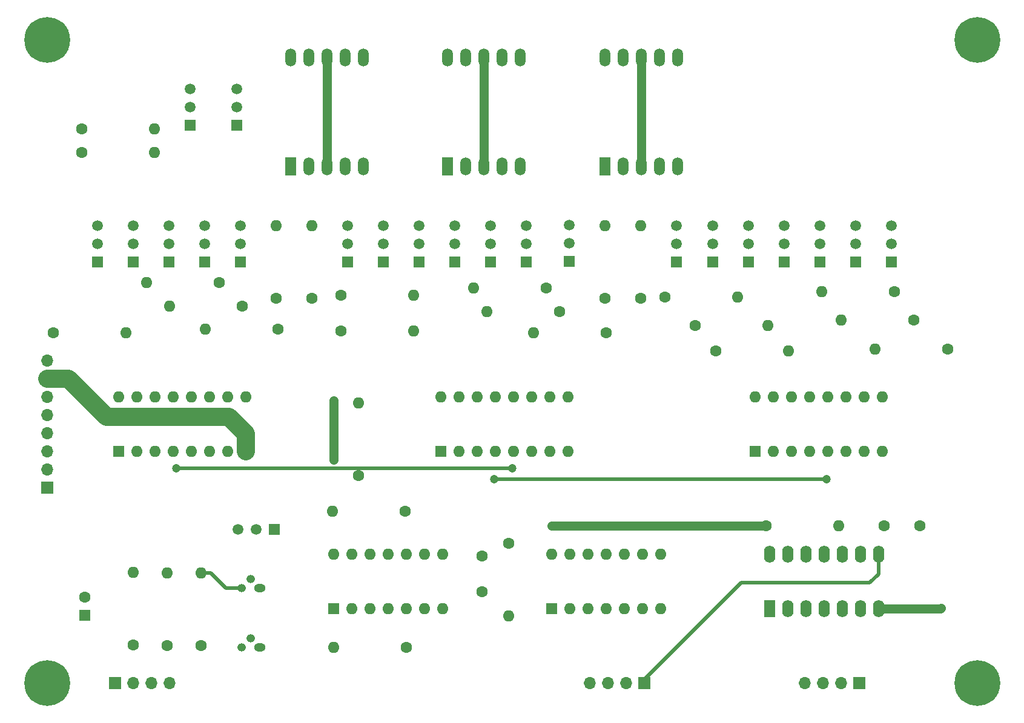
<source format=gbr>
%TF.GenerationSoftware,KiCad,Pcbnew,(5.1.10-1-10_14)*%
%TF.CreationDate,2021-06-26T21:10:23+10:00*%
%TF.ProjectId,Octal display,4f637461-6c20-4646-9973-706c61792e6b,rev?*%
%TF.SameCoordinates,Original*%
%TF.FileFunction,Copper,L1,Top*%
%TF.FilePolarity,Positive*%
%FSLAX46Y46*%
G04 Gerber Fmt 4.6, Leading zero omitted, Abs format (unit mm)*
G04 Created by KiCad (PCBNEW (5.1.10-1-10_14)) date 2021-06-26 21:10:23*
%MOMM*%
%LPD*%
G01*
G04 APERTURE LIST*
%TA.AperFunction,ComponentPad*%
%ADD10O,1.700000X1.700000*%
%TD*%
%TA.AperFunction,ComponentPad*%
%ADD11R,1.700000X1.700000*%
%TD*%
%TA.AperFunction,ComponentPad*%
%ADD12C,1.600000*%
%TD*%
%TA.AperFunction,ComponentPad*%
%ADD13R,1.600000X1.600000*%
%TD*%
%TA.AperFunction,ComponentPad*%
%ADD14O,1.600000X1.600000*%
%TD*%
%TA.AperFunction,ComponentPad*%
%ADD15O,1.200000X1.200000*%
%TD*%
%TA.AperFunction,ComponentPad*%
%ADD16O,1.600000X1.200000*%
%TD*%
%TA.AperFunction,ComponentPad*%
%ADD17R,1.500000X1.500000*%
%TD*%
%TA.AperFunction,ComponentPad*%
%ADD18C,1.500000*%
%TD*%
%TA.AperFunction,ComponentPad*%
%ADD19C,0.800000*%
%TD*%
%TA.AperFunction,ComponentPad*%
%ADD20C,6.400000*%
%TD*%
%TA.AperFunction,ComponentPad*%
%ADD21R,1.524000X2.524000*%
%TD*%
%TA.AperFunction,ComponentPad*%
%ADD22O,1.524000X2.524000*%
%TD*%
%TA.AperFunction,ComponentPad*%
%ADD23O,1.600000X2.400000*%
%TD*%
%TA.AperFunction,ComponentPad*%
%ADD24R,1.600000X2.400000*%
%TD*%
%TA.AperFunction,ViaPad*%
%ADD25C,1.200000*%
%TD*%
%TA.AperFunction,Conductor*%
%ADD26C,1.250000*%
%TD*%
%TA.AperFunction,Conductor*%
%ADD27C,2.500000*%
%TD*%
%TA.AperFunction,Conductor*%
%ADD28C,0.500000*%
%TD*%
G04 APERTURE END LIST*
D10*
%TO.P,J4,4*%
%TO.N,Pot_t*%
X72120000Y-145000000D03*
%TO.P,J4,3*%
%TO.N,Pot_b*%
X69580000Y-145000000D03*
%TO.P,J4,2*%
X67040000Y-145000000D03*
D11*
%TO.P,J4,1*%
%TO.N,GND*%
X64500000Y-145000000D03*
%TD*%
D12*
%TO.P,C2,2*%
%TO.N,Net-(C2-Pad2)*%
X115750000Y-127250000D03*
%TO.P,C2,1*%
%TO.N,Net-(C2-Pad1)*%
X115750000Y-132250000D03*
%TD*%
%TO.P,C3,2*%
%TO.N,GND*%
X60250000Y-133000000D03*
D13*
%TO.P,C3,1*%
%TO.N,Pot_b*%
X60250000Y-135500000D03*
%TD*%
D14*
%TO.P,R29,2*%
%TO.N,Net-(D1-Pad1)*%
X67000000Y-129500000D03*
D12*
%TO.P,R29,1*%
%TO.N,Pot_b*%
X67000000Y-139660000D03*
%TD*%
D14*
%TO.P,R28,2*%
%TO.N,+5V*%
X71750000Y-129590000D03*
D12*
%TO.P,R28,1*%
%TO.N,Pot_t*%
X71750000Y-139750000D03*
%TD*%
D15*
%TO.P,Q24,3*%
%TO.N,+5V*%
X82210000Y-140000000D03*
%TO.P,Q24,2*%
%TO.N,Net-(Q23-Pad1)*%
X83480000Y-138730000D03*
D16*
%TO.P,Q24,1*%
%TO.N,Net-(Q24-Pad1)*%
X84750000Y-140000000D03*
%TD*%
D15*
%TO.P,Q23,3*%
%TO.N,+5V*%
X82210000Y-131750000D03*
%TO.P,Q23,2*%
%TO.N,Pot_b*%
X83480000Y-130480000D03*
D16*
%TO.P,Q23,1*%
%TO.N,Net-(Q23-Pad1)*%
X84750000Y-131750000D03*
%TD*%
D17*
%TO.P,D1,1*%
%TO.N,Net-(D1-Pad1)*%
X86750000Y-123500000D03*
D18*
%TO.P,D1,3*%
%TO.N,GND*%
X81670000Y-123500000D03*
%TO.P,D1,2*%
%TO.N,Net-(D1-Pad2)*%
X84210000Y-123500000D03*
%TD*%
D14*
%TO.P,U6,14*%
%TO.N,+5V*%
X95000000Y-127000000D03*
%TO.P,U6,7*%
%TO.N,GND*%
X110240000Y-134620000D03*
%TO.P,U6,13*%
%TO.N,N/C*%
X97540000Y-127000000D03*
%TO.P,U6,6*%
%TO.N,Net-(C2-Pad1)*%
X107700000Y-134620000D03*
%TO.P,U6,12*%
%TO.N,N/C*%
X100080000Y-127000000D03*
%TO.P,U6,5*%
%TO.N,Net-(R25-Pad1)*%
X105160000Y-134620000D03*
%TO.P,U6,11*%
%TO.N,N/C*%
X102620000Y-127000000D03*
%TO.P,U6,4*%
%TO.N,Net-(R25-Pad1)*%
X102620000Y-134620000D03*
%TO.P,U6,10*%
%TO.N,N/C*%
X105160000Y-127000000D03*
%TO.P,U6,3*%
X100080000Y-134620000D03*
%TO.P,U6,9*%
X107700000Y-127000000D03*
%TO.P,U6,2*%
%TO.N,Net-(R25-Pad1)*%
X97540000Y-134620000D03*
%TO.P,U6,8*%
%TO.N,N/C*%
X110240000Y-127000000D03*
D13*
%TO.P,U6,1*%
%TO.N,Net-(Q24-Pad1)*%
X95000000Y-134620000D03*
%TD*%
D14*
%TO.P,R27,2*%
%TO.N,+5V*%
X98500000Y-105840000D03*
D12*
%TO.P,R27,1*%
%TO.N,Net-(C2-Pad2)*%
X98500000Y-116000000D03*
%TD*%
D14*
%TO.P,R26,2*%
%TO.N,Net-(Q24-Pad1)*%
X95000000Y-140000000D03*
D12*
%TO.P,R26,1*%
%TO.N,GND*%
X105160000Y-140000000D03*
%TD*%
D14*
%TO.P,R25,2*%
%TO.N,+5V*%
X76500000Y-129590000D03*
D12*
%TO.P,R25,1*%
%TO.N,Net-(R25-Pad1)*%
X76500000Y-139750000D03*
%TD*%
D14*
%TO.P,R24,2*%
%TO.N,+5V*%
X94840000Y-121000000D03*
D12*
%TO.P,R24,1*%
%TO.N,Net-(D1-Pad2)*%
X105000000Y-121000000D03*
%TD*%
D14*
%TO.P,R23,2*%
%TO.N,~RESET_FLAG*%
X119500000Y-135660000D03*
D12*
%TO.P,R23,1*%
%TO.N,Net-(D1-Pad2)*%
X119500000Y-125500000D03*
%TD*%
D10*
%TO.P,J3,4*%
%TO.N,~RESET_FLAG*%
X130880000Y-145000000D03*
%TO.P,J3,3*%
%TO.N,~FLAG*%
X133420000Y-145000000D03*
%TO.P,J3,2*%
%TO.N,~DATA*%
X135960000Y-145000000D03*
D11*
%TO.P,J3,1*%
%TO.N,~CLOCK*%
X138500000Y-145000000D03*
%TD*%
D14*
%TO.P,U5,14*%
%TO.N,+5V*%
X125500000Y-127000000D03*
%TO.P,U5,7*%
%TO.N,GND*%
X140740000Y-134620000D03*
%TO.P,U5,13*%
%TO.N,~RESET_FLAG*%
X128040000Y-127000000D03*
%TO.P,U5,6*%
%TO.N,Net-(U1-Pad1)*%
X138200000Y-134620000D03*
%TO.P,U5,12*%
%TO.N,Net-(U5-Pad1)*%
X130580000Y-127000000D03*
%TO.P,U5,5*%
%TO.N,~DATA*%
X135660000Y-134620000D03*
%TO.P,U5,11*%
%TO.N,Net-(U5-Pad10)*%
X133120000Y-127000000D03*
%TO.P,U5,4*%
%TO.N,~DATA*%
X133120000Y-134620000D03*
%TO.P,U5,10*%
%TO.N,Net-(U5-Pad10)*%
X135660000Y-127000000D03*
%TO.P,U5,3*%
%TO.N,~FLAG*%
X130580000Y-134620000D03*
%TO.P,U5,9*%
%TO.N,Net-(C2-Pad2)*%
X138200000Y-127000000D03*
%TO.P,U5,2*%
%TO.N,Net-(U5-Pad1)*%
X128040000Y-134620000D03*
%TO.P,U5,8*%
X140740000Y-127000000D03*
D13*
%TO.P,U5,1*%
X125500000Y-134620000D03*
%TD*%
D14*
%TO.P,R22,2*%
%TO.N,Net-(C1-Pad1)*%
X165660000Y-123000000D03*
D12*
%TO.P,R22,1*%
%TO.N,+5V*%
X155500000Y-123000000D03*
%TD*%
%TO.P,C1,2*%
%TO.N,GND*%
X177000000Y-123000000D03*
%TO.P,C1,1*%
%TO.N,Net-(C1-Pad1)*%
X172000000Y-123000000D03*
%TD*%
D19*
%TO.P,H4,1*%
%TO.N,GND*%
X56697056Y-143302944D03*
X55000000Y-142600000D03*
X53302944Y-143302944D03*
X52600000Y-145000000D03*
X53302944Y-146697056D03*
X55000000Y-147400000D03*
X56697056Y-146697056D03*
X57400000Y-145000000D03*
D20*
X55000000Y-145000000D03*
%TD*%
D19*
%TO.P,H3,1*%
%TO.N,GND*%
X186697056Y-143302944D03*
X185000000Y-142600000D03*
X183302944Y-143302944D03*
X182600000Y-145000000D03*
X183302944Y-146697056D03*
X185000000Y-147400000D03*
X186697056Y-146697056D03*
X187400000Y-145000000D03*
D20*
X185000000Y-145000000D03*
%TD*%
D19*
%TO.P,H2,1*%
%TO.N,GND*%
X186697056Y-53302944D03*
X185000000Y-52600000D03*
X183302944Y-53302944D03*
X182600000Y-55000000D03*
X183302944Y-56697056D03*
X185000000Y-57400000D03*
X186697056Y-56697056D03*
X187400000Y-55000000D03*
D20*
X185000000Y-55000000D03*
%TD*%
D19*
%TO.P,H1,1*%
%TO.N,GND*%
X56697056Y-53302944D03*
X55000000Y-52600000D03*
X53302944Y-53302944D03*
X52600000Y-55000000D03*
X53302944Y-56697056D03*
X55000000Y-57400000D03*
X56697056Y-56697056D03*
X57400000Y-55000000D03*
D20*
X55000000Y-55000000D03*
%TD*%
D10*
%TO.P,J2,4*%
%TO.N,OH*%
X160880000Y-145000000D03*
%TO.P,J2,3*%
%TO.N,OG*%
X163420000Y-145000000D03*
%TO.P,J2,2*%
%TO.N,OF*%
X165960000Y-145000000D03*
D11*
%TO.P,J2,1*%
%TO.N,A2B*%
X168500000Y-145000000D03*
%TD*%
D10*
%TO.P,J1,8*%
%TO.N,GND*%
X55000000Y-99920000D03*
%TO.P,J1,7*%
X55000000Y-102460000D03*
%TO.P,J1,6*%
%TO.N,+5V*%
X55000000Y-105000000D03*
%TO.P,J1,5*%
X55000000Y-107540000D03*
%TO.P,J1,4*%
%TO.N,A1C*%
X55000000Y-110080000D03*
%TO.P,J1,3*%
%TO.N,A2C*%
X55000000Y-112620000D03*
%TO.P,J1,2*%
%TO.N,~RBI*%
X55000000Y-115160000D03*
D11*
%TO.P,J1,1*%
%TO.N,A0C*%
X55000000Y-117700000D03*
%TD*%
D21*
%TO.P,AFF2,1*%
%TO.N,Net-(AFF2-Pad1)*%
X111000000Y-72740000D03*
D22*
%TO.P,AFF2,2*%
%TO.N,Net-(AFF2-Pad2)*%
X113540000Y-72740000D03*
%TO.P,AFF2,3*%
%TO.N,GND*%
X116080000Y-72740000D03*
%TO.P,AFF2,4*%
%TO.N,Net-(AFF2-Pad4)*%
X118620000Y-72740000D03*
%TO.P,AFF2,5*%
%TO.N,Net-(AFF2-Pad5)*%
X121160000Y-72740000D03*
%TO.P,AFF2,6*%
%TO.N,Net-(AFF2-Pad6)*%
X121160000Y-57500000D03*
%TO.P,AFF2,7*%
%TO.N,Net-(AFF2-Pad7)*%
X118620000Y-57500000D03*
%TO.P,AFF2,8*%
%TO.N,GND*%
X116080000Y-57500000D03*
%TO.P,AFF2,9*%
%TO.N,Net-(AFF2-Pad9)*%
X113540000Y-57500000D03*
%TO.P,AFF2,10*%
%TO.N,Net-(AFF2-Pad10)*%
X111000000Y-57500000D03*
%TD*%
D14*
%TO.P,R2,2*%
%TO.N,Net-(Q2-Pad1)*%
X68840000Y-89000000D03*
D12*
%TO.P,R2,1*%
%TO.N,+5V*%
X79000000Y-89000000D03*
%TD*%
D14*
%TO.P,U2,16*%
%TO.N,+5V*%
X65000000Y-105000000D03*
%TO.P,U2,8*%
%TO.N,GND*%
X82780000Y-112620000D03*
%TO.P,U2,15*%
%TO.N,Net-(Q6-Pad2)*%
X67540000Y-105000000D03*
%TO.P,U2,7*%
%TO.N,A0C*%
X80240000Y-112620000D03*
%TO.P,U2,14*%
%TO.N,Net-(Q7-Pad2)*%
X70080000Y-105000000D03*
%TO.P,U2,6*%
%TO.N,GND*%
X77700000Y-112620000D03*
%TO.P,U2,13*%
%TO.N,Net-(Q1-Pad2)*%
X72620000Y-105000000D03*
%TO.P,U2,5*%
%TO.N,~RBI*%
X75160000Y-112620000D03*
%TO.P,U2,12*%
%TO.N,Net-(Q2-Pad2)*%
X75160000Y-105000000D03*
%TO.P,U2,4*%
%TO.N,Net-(U2-Pad4)*%
X72620000Y-112620000D03*
%TO.P,U2,11*%
%TO.N,Net-(Q3-Pad2)*%
X77700000Y-105000000D03*
%TO.P,U2,3*%
%TO.N,Net-(U2-Pad3)*%
X70080000Y-112620000D03*
%TO.P,U2,10*%
%TO.N,Net-(Q4-Pad2)*%
X80240000Y-105000000D03*
%TO.P,U2,2*%
%TO.N,A2C*%
X67540000Y-112620000D03*
%TO.P,U2,9*%
%TO.N,Net-(Q5-Pad2)*%
X82780000Y-105000000D03*
D13*
%TO.P,U2,1*%
%TO.N,A1C*%
X65000000Y-112620000D03*
%TD*%
D14*
%TO.P,U4,16*%
%TO.N,+5V*%
X154000000Y-105000000D03*
%TO.P,U4,8*%
%TO.N,GND*%
X171780000Y-112620000D03*
%TO.P,U4,15*%
%TO.N,Net-(Q20-Pad2)*%
X156540000Y-105000000D03*
%TO.P,U4,7*%
%TO.N,QH*%
X169240000Y-112620000D03*
%TO.P,U4,14*%
%TO.N,Net-(Q21-Pad2)*%
X159080000Y-105000000D03*
%TO.P,U4,6*%
%TO.N,GND*%
X166700000Y-112620000D03*
%TO.P,U4,13*%
%TO.N,Net-(Q15-Pad2)*%
X161620000Y-105000000D03*
%TO.P,U4,5*%
%TO.N,Net-(U3-Pad4)*%
X164160000Y-112620000D03*
%TO.P,U4,12*%
%TO.N,Net-(Q16-Pad2)*%
X164160000Y-105000000D03*
%TO.P,U4,4*%
%TO.N,Net-(U4-Pad4)*%
X161620000Y-112620000D03*
%TO.P,U4,11*%
%TO.N,Net-(Q17-Pad2)*%
X166700000Y-105000000D03*
%TO.P,U4,3*%
%TO.N,Net-(U4-Pad3)*%
X159080000Y-112620000D03*
%TO.P,U4,10*%
%TO.N,Net-(Q18-Pad2)*%
X169240000Y-105000000D03*
%TO.P,U4,2*%
%TO.N,QF*%
X156540000Y-112620000D03*
%TO.P,U4,9*%
%TO.N,Net-(Q19-Pad2)*%
X171780000Y-105000000D03*
D13*
%TO.P,U4,1*%
%TO.N,QG*%
X154000000Y-112620000D03*
%TD*%
D14*
%TO.P,U3,16*%
%TO.N,+5V*%
X110000000Y-105000000D03*
%TO.P,U3,8*%
%TO.N,GND*%
X127780000Y-112620000D03*
%TO.P,U3,15*%
%TO.N,Net-(Q13-Pad2)*%
X112540000Y-105000000D03*
%TO.P,U3,7*%
%TO.N,QE*%
X125240000Y-112620000D03*
%TO.P,U3,14*%
%TO.N,Net-(Q14-Pad2)*%
X115080000Y-105000000D03*
%TO.P,U3,6*%
%TO.N,GND*%
X122700000Y-112620000D03*
%TO.P,U3,13*%
%TO.N,Net-(Q8-Pad2)*%
X117620000Y-105000000D03*
%TO.P,U3,5*%
%TO.N,Net-(U2-Pad4)*%
X120160000Y-112620000D03*
%TO.P,U3,12*%
%TO.N,Net-(Q9-Pad2)*%
X120160000Y-105000000D03*
%TO.P,U3,4*%
%TO.N,Net-(U3-Pad4)*%
X117620000Y-112620000D03*
%TO.P,U3,11*%
%TO.N,Net-(Q10-Pad2)*%
X122700000Y-105000000D03*
%TO.P,U3,3*%
%TO.N,Net-(U3-Pad3)*%
X115080000Y-112620000D03*
%TO.P,U3,10*%
%TO.N,Net-(Q11-Pad2)*%
X125240000Y-105000000D03*
%TO.P,U3,2*%
%TO.N,A2B*%
X112540000Y-112620000D03*
%TO.P,U3,9*%
%TO.N,Net-(Q12-Pad2)*%
X127780000Y-105000000D03*
D13*
%TO.P,U3,1*%
%TO.N,QD*%
X110000000Y-112620000D03*
%TD*%
D23*
%TO.P,U1,14*%
%TO.N,+5V*%
X156000000Y-127000000D03*
%TO.P,U1,7*%
%TO.N,Vss*%
X171240000Y-134620000D03*
%TO.P,U1,13*%
%TO.N,QH*%
X158540000Y-127000000D03*
%TO.P,U1,6*%
%TO.N,QD*%
X168700000Y-134620000D03*
%TO.P,U1,12*%
%TO.N,QG*%
X161080000Y-127000000D03*
%TO.P,U1,5*%
%TO.N,OF*%
X166160000Y-134620000D03*
%TO.P,U1,11*%
%TO.N,QF*%
X163620000Y-127000000D03*
%TO.P,U1,4*%
%TO.N,OG*%
X163620000Y-134620000D03*
%TO.P,U1,10*%
%TO.N,QE*%
X166160000Y-127000000D03*
%TO.P,U1,3*%
%TO.N,OH*%
X161080000Y-134620000D03*
%TO.P,U1,9*%
%TO.N,Net-(C1-Pad1)*%
X168700000Y-127000000D03*
%TO.P,U1,2*%
%TO.N,Net-(U1-Pad1)*%
X158540000Y-134620000D03*
%TO.P,U1,8*%
%TO.N,~CLOCK*%
X171240000Y-127000000D03*
D24*
%TO.P,U1,1*%
%TO.N,Net-(U1-Pad1)*%
X156000000Y-134620000D03*
%TD*%
D14*
%TO.P,R21,2*%
%TO.N,Net-(Q21-Pad1)*%
X151500000Y-91000000D03*
D12*
%TO.P,R21,1*%
%TO.N,+5V*%
X141340000Y-91000000D03*
%TD*%
D14*
%TO.P,R20,2*%
%TO.N,Net-(Q20-Pad1)*%
X138000000Y-81000000D03*
D12*
%TO.P,R20,1*%
%TO.N,+5V*%
X138000000Y-91160000D03*
%TD*%
D14*
%TO.P,R19,2*%
%TO.N,Net-(Q19-Pad1)*%
X170750000Y-98250000D03*
D12*
%TO.P,R19,1*%
%TO.N,+5V*%
X180910000Y-98250000D03*
%TD*%
D14*
%TO.P,R18,2*%
%TO.N,Net-(Q18-Pad1)*%
X166000000Y-94250000D03*
D12*
%TO.P,R18,1*%
%TO.N,+5V*%
X176160000Y-94250000D03*
%TD*%
D14*
%TO.P,R17,2*%
%TO.N,Net-(Q17-Pad1)*%
X163250000Y-90250000D03*
D12*
%TO.P,R17,1*%
%TO.N,+5V*%
X173410000Y-90250000D03*
%TD*%
D14*
%TO.P,R16,2*%
%TO.N,Net-(Q16-Pad1)*%
X158660000Y-98500000D03*
D12*
%TO.P,R16,1*%
%TO.N,+5V*%
X148500000Y-98500000D03*
%TD*%
D14*
%TO.P,R15,2*%
%TO.N,Net-(Q15-Pad1)*%
X155750000Y-95000000D03*
D12*
%TO.P,R15,1*%
%TO.N,+5V*%
X145590000Y-95000000D03*
%TD*%
D14*
%TO.P,R14,2*%
%TO.N,Net-(Q14-Pad1)*%
X106250000Y-95750000D03*
D12*
%TO.P,R14,1*%
%TO.N,+5V*%
X96090000Y-95750000D03*
%TD*%
D14*
%TO.P,R13,2*%
%TO.N,Net-(Q13-Pad1)*%
X92000000Y-81000000D03*
D12*
%TO.P,R13,1*%
%TO.N,+5V*%
X92000000Y-91160000D03*
%TD*%
D14*
%TO.P,R12,2*%
%TO.N,Net-(Q12-Pad1)*%
X133000000Y-81000000D03*
D12*
%TO.P,R12,1*%
%TO.N,+5V*%
X133000000Y-91160000D03*
%TD*%
D14*
%TO.P,R11,2*%
%TO.N,Net-(Q11-Pad1)*%
X123000000Y-96000000D03*
D12*
%TO.P,R11,1*%
%TO.N,+5V*%
X133160000Y-96000000D03*
%TD*%
D14*
%TO.P,R10,2*%
%TO.N,Net-(Q10-Pad1)*%
X116500000Y-93000000D03*
D12*
%TO.P,R10,1*%
%TO.N,+5V*%
X126660000Y-93000000D03*
%TD*%
D14*
%TO.P,R9,2*%
%TO.N,Net-(Q9-Pad1)*%
X114590000Y-89750000D03*
D12*
%TO.P,R9,1*%
%TO.N,+5V*%
X124750000Y-89750000D03*
%TD*%
D14*
%TO.P,R8,2*%
%TO.N,Net-(Q8-Pad1)*%
X106250000Y-90750000D03*
D12*
%TO.P,R8,1*%
%TO.N,+5V*%
X96090000Y-90750000D03*
%TD*%
D14*
%TO.P,R7,2*%
%TO.N,Net-(Q7-Pad1)*%
X70000000Y-70750000D03*
D12*
%TO.P,R7,1*%
%TO.N,+5V*%
X59840000Y-70750000D03*
%TD*%
D14*
%TO.P,R6,2*%
%TO.N,Net-(Q6-Pad1)*%
X70000000Y-67500000D03*
D12*
%TO.P,R6,1*%
%TO.N,+5V*%
X59840000Y-67500000D03*
%TD*%
D14*
%TO.P,R5,2*%
%TO.N,Net-(Q5-Pad1)*%
X87000000Y-81000000D03*
D12*
%TO.P,R5,1*%
%TO.N,+5V*%
X87000000Y-91160000D03*
%TD*%
D14*
%TO.P,R4,2*%
%TO.N,Net-(Q4-Pad1)*%
X77090000Y-95500000D03*
D12*
%TO.P,R4,1*%
%TO.N,+5V*%
X87250000Y-95500000D03*
%TD*%
D14*
%TO.P,R3,2*%
%TO.N,Net-(Q3-Pad1)*%
X72090000Y-92250000D03*
D12*
%TO.P,R3,1*%
%TO.N,+5V*%
X82250000Y-92250000D03*
%TD*%
D14*
%TO.P,R1,2*%
%TO.N,Net-(Q1-Pad1)*%
X66000000Y-96000000D03*
D12*
%TO.P,R1,1*%
%TO.N,+5V*%
X55840000Y-96000000D03*
%TD*%
D17*
%TO.P,Q21,1*%
%TO.N,Net-(Q21-Pad1)*%
X148000000Y-86080000D03*
D18*
%TO.P,Q21,3*%
%TO.N,Net-(AFF3-Pad10)*%
X148000000Y-81000000D03*
%TO.P,Q21,2*%
%TO.N,Net-(Q21-Pad2)*%
X148000000Y-83540000D03*
%TD*%
D17*
%TO.P,Q20,1*%
%TO.N,Net-(Q20-Pad1)*%
X143000000Y-86080000D03*
D18*
%TO.P,Q20,3*%
%TO.N,Net-(AFF3-Pad9)*%
X143000000Y-81000000D03*
%TO.P,Q20,2*%
%TO.N,Net-(Q20-Pad2)*%
X143000000Y-83540000D03*
%TD*%
D17*
%TO.P,Q19,1*%
%TO.N,Net-(Q19-Pad1)*%
X173000000Y-86080000D03*
D18*
%TO.P,Q19,3*%
%TO.N,Net-(AFF3-Pad1)*%
X173000000Y-81000000D03*
%TO.P,Q19,2*%
%TO.N,Net-(Q19-Pad2)*%
X173000000Y-83540000D03*
%TD*%
D17*
%TO.P,Q18,1*%
%TO.N,Net-(Q18-Pad1)*%
X168000000Y-86080000D03*
D18*
%TO.P,Q18,3*%
%TO.N,Net-(AFF3-Pad2)*%
X168000000Y-81000000D03*
%TO.P,Q18,2*%
%TO.N,Net-(Q18-Pad2)*%
X168000000Y-83540000D03*
%TD*%
D17*
%TO.P,Q17,1*%
%TO.N,Net-(Q17-Pad1)*%
X163000000Y-86080000D03*
D18*
%TO.P,Q17,3*%
%TO.N,Net-(AFF3-Pad4)*%
X163000000Y-81000000D03*
%TO.P,Q17,2*%
%TO.N,Net-(Q17-Pad2)*%
X163000000Y-83540000D03*
%TD*%
D17*
%TO.P,Q16,1*%
%TO.N,Net-(Q16-Pad1)*%
X158000000Y-86080000D03*
D18*
%TO.P,Q16,3*%
%TO.N,Net-(AFF3-Pad6)*%
X158000000Y-81000000D03*
%TO.P,Q16,2*%
%TO.N,Net-(Q16-Pad2)*%
X158000000Y-83540000D03*
%TD*%
D17*
%TO.P,Q15,1*%
%TO.N,Net-(Q15-Pad1)*%
X153000000Y-86080000D03*
D18*
%TO.P,Q15,3*%
%TO.N,Net-(AFF3-Pad7)*%
X153000000Y-81000000D03*
%TO.P,Q15,2*%
%TO.N,Net-(Q15-Pad2)*%
X153000000Y-83540000D03*
%TD*%
D17*
%TO.P,Q14,1*%
%TO.N,Net-(Q14-Pad1)*%
X102000000Y-86080000D03*
D18*
%TO.P,Q14,3*%
%TO.N,Net-(AFF2-Pad10)*%
X102000000Y-81000000D03*
%TO.P,Q14,2*%
%TO.N,Net-(Q14-Pad2)*%
X102000000Y-83540000D03*
%TD*%
D17*
%TO.P,Q13,1*%
%TO.N,Net-(Q13-Pad1)*%
X97000000Y-86080000D03*
D18*
%TO.P,Q13,3*%
%TO.N,Net-(AFF2-Pad9)*%
X97000000Y-81000000D03*
%TO.P,Q13,2*%
%TO.N,Net-(Q13-Pad2)*%
X97000000Y-83540000D03*
%TD*%
D17*
%TO.P,Q12,1*%
%TO.N,Net-(Q12-Pad1)*%
X128000000Y-86000000D03*
D18*
%TO.P,Q12,3*%
%TO.N,Net-(AFF2-Pad1)*%
X128000000Y-80920000D03*
%TO.P,Q12,2*%
%TO.N,Net-(Q12-Pad2)*%
X128000000Y-83460000D03*
%TD*%
D17*
%TO.P,Q11,1*%
%TO.N,Net-(Q11-Pad1)*%
X122000000Y-86080000D03*
D18*
%TO.P,Q11,3*%
%TO.N,Net-(AFF2-Pad2)*%
X122000000Y-81000000D03*
%TO.P,Q11,2*%
%TO.N,Net-(Q11-Pad2)*%
X122000000Y-83540000D03*
%TD*%
D17*
%TO.P,Q10,1*%
%TO.N,Net-(Q10-Pad1)*%
X117000000Y-86080000D03*
D18*
%TO.P,Q10,3*%
%TO.N,Net-(AFF2-Pad4)*%
X117000000Y-81000000D03*
%TO.P,Q10,2*%
%TO.N,Net-(Q10-Pad2)*%
X117000000Y-83540000D03*
%TD*%
D17*
%TO.P,Q9,1*%
%TO.N,Net-(Q9-Pad1)*%
X112000000Y-86080000D03*
D18*
%TO.P,Q9,3*%
%TO.N,Net-(AFF2-Pad6)*%
X112000000Y-81000000D03*
%TO.P,Q9,2*%
%TO.N,Net-(Q9-Pad2)*%
X112000000Y-83540000D03*
%TD*%
D17*
%TO.P,Q8,1*%
%TO.N,Net-(Q8-Pad1)*%
X107000000Y-86080000D03*
D18*
%TO.P,Q8,3*%
%TO.N,Net-(AFF2-Pad7)*%
X107000000Y-81000000D03*
%TO.P,Q8,2*%
%TO.N,Net-(Q8-Pad2)*%
X107000000Y-83540000D03*
%TD*%
D17*
%TO.P,Q7,1*%
%TO.N,Net-(Q7-Pad1)*%
X81500000Y-67000000D03*
D18*
%TO.P,Q7,3*%
%TO.N,Net-(AFF1-Pad10)*%
X81500000Y-61920000D03*
%TO.P,Q7,2*%
%TO.N,Net-(Q7-Pad2)*%
X81500000Y-64460000D03*
%TD*%
D17*
%TO.P,Q6,1*%
%TO.N,Net-(Q6-Pad1)*%
X75000000Y-67000000D03*
D18*
%TO.P,Q6,3*%
%TO.N,Net-(AFF1-Pad9)*%
X75000000Y-61920000D03*
%TO.P,Q6,2*%
%TO.N,Net-(Q6-Pad2)*%
X75000000Y-64460000D03*
%TD*%
D17*
%TO.P,Q5,1*%
%TO.N,Net-(Q5-Pad1)*%
X82000000Y-86080000D03*
D18*
%TO.P,Q5,3*%
%TO.N,Net-(AFF1-Pad1)*%
X82000000Y-81000000D03*
%TO.P,Q5,2*%
%TO.N,Net-(Q5-Pad2)*%
X82000000Y-83540000D03*
%TD*%
D17*
%TO.P,Q4,1*%
%TO.N,Net-(Q4-Pad1)*%
X77000000Y-86080000D03*
D18*
%TO.P,Q4,3*%
%TO.N,Net-(AFF1-Pad2)*%
X77000000Y-81000000D03*
%TO.P,Q4,2*%
%TO.N,Net-(Q4-Pad2)*%
X77000000Y-83540000D03*
%TD*%
D17*
%TO.P,Q3,1*%
%TO.N,Net-(Q3-Pad1)*%
X72000000Y-86080000D03*
D18*
%TO.P,Q3,3*%
%TO.N,Net-(AFF1-Pad4)*%
X72000000Y-81000000D03*
%TO.P,Q3,2*%
%TO.N,Net-(Q3-Pad2)*%
X72000000Y-83540000D03*
%TD*%
D17*
%TO.P,Q2,1*%
%TO.N,Net-(Q2-Pad1)*%
X67000000Y-86080000D03*
D18*
%TO.P,Q2,3*%
%TO.N,Net-(AFF1-Pad6)*%
X67000000Y-81000000D03*
%TO.P,Q2,2*%
%TO.N,Net-(Q2-Pad2)*%
X67000000Y-83540000D03*
%TD*%
D17*
%TO.P,Q1,1*%
%TO.N,Net-(Q1-Pad1)*%
X62000000Y-86080000D03*
D18*
%TO.P,Q1,3*%
%TO.N,Net-(AFF1-Pad7)*%
X62000000Y-81000000D03*
%TO.P,Q1,2*%
%TO.N,Net-(Q1-Pad2)*%
X62000000Y-83540000D03*
%TD*%
D21*
%TO.P,AFF3,1*%
%TO.N,Net-(AFF3-Pad1)*%
X133000000Y-72740000D03*
D22*
%TO.P,AFF3,2*%
%TO.N,Net-(AFF3-Pad2)*%
X135540000Y-72740000D03*
%TO.P,AFF3,3*%
%TO.N,GND*%
X138080000Y-72740000D03*
%TO.P,AFF3,4*%
%TO.N,Net-(AFF3-Pad4)*%
X140620000Y-72740000D03*
%TO.P,AFF3,5*%
%TO.N,Net-(AFF3-Pad5)*%
X143160000Y-72740000D03*
%TO.P,AFF3,6*%
%TO.N,Net-(AFF3-Pad6)*%
X143160000Y-57500000D03*
%TO.P,AFF3,7*%
%TO.N,Net-(AFF3-Pad7)*%
X140620000Y-57500000D03*
%TO.P,AFF3,8*%
%TO.N,GND*%
X138080000Y-57500000D03*
%TO.P,AFF3,9*%
%TO.N,Net-(AFF3-Pad9)*%
X135540000Y-57500000D03*
%TO.P,AFF3,10*%
%TO.N,Net-(AFF3-Pad10)*%
X133000000Y-57500000D03*
%TD*%
D21*
%TO.P,AFF1,1*%
%TO.N,Net-(AFF1-Pad1)*%
X89000000Y-72740000D03*
D22*
%TO.P,AFF1,2*%
%TO.N,Net-(AFF1-Pad2)*%
X91540000Y-72740000D03*
%TO.P,AFF1,3*%
%TO.N,GND*%
X94080000Y-72740000D03*
%TO.P,AFF1,4*%
%TO.N,Net-(AFF1-Pad4)*%
X96620000Y-72740000D03*
%TO.P,AFF1,5*%
%TO.N,Net-(AFF1-Pad5)*%
X99160000Y-72740000D03*
%TO.P,AFF1,6*%
%TO.N,Net-(AFF1-Pad6)*%
X99160000Y-57500000D03*
%TO.P,AFF1,7*%
%TO.N,Net-(AFF1-Pad7)*%
X96620000Y-57500000D03*
%TO.P,AFF1,8*%
%TO.N,GND*%
X94080000Y-57500000D03*
%TO.P,AFF1,9*%
%TO.N,Net-(AFF1-Pad9)*%
X91540000Y-57500000D03*
%TO.P,AFF1,10*%
%TO.N,Net-(AFF1-Pad10)*%
X89000000Y-57500000D03*
%TD*%
D25*
%TO.N,+5V*%
X125500000Y-123000000D03*
X95000000Y-105500000D03*
X95000000Y-113750000D03*
%TO.N,Vss*%
X180000000Y-134500000D03*
%TO.N,Net-(U2-Pad4)*%
X73000000Y-115000000D03*
X120000000Y-115000000D03*
%TO.N,Net-(U3-Pad4)*%
X117500000Y-116500000D03*
X164000000Y-116500000D03*
%TD*%
D26*
%TO.N,GND*%
X94080000Y-57500000D02*
X94080000Y-72740000D01*
X116080000Y-57500000D02*
X116080000Y-72740000D01*
X138080000Y-57500000D02*
X138080000Y-72740000D01*
D27*
X82780000Y-112620000D02*
X82780000Y-110180000D01*
X82780000Y-110180000D02*
X80400000Y-107800000D01*
X80400000Y-107800000D02*
X63300000Y-107800000D01*
X57960000Y-102460000D02*
X55000000Y-102460000D01*
X63300000Y-107800000D02*
X57960000Y-102460000D01*
D26*
%TO.N,+5V*%
X155500000Y-123000000D02*
X125500000Y-123000000D01*
X95000000Y-113750000D02*
X95000000Y-105500000D01*
D28*
X76500000Y-129590000D02*
X77840000Y-129590000D01*
X80000000Y-131750000D02*
X82210000Y-131750000D01*
X77840000Y-129590000D02*
X80000000Y-131750000D01*
D26*
%TO.N,Vss*%
X179880000Y-134620000D02*
X180000000Y-134500000D01*
X171240000Y-134620000D02*
X179880000Y-134620000D01*
D28*
%TO.N,Net-(U2-Pad4)*%
X73000000Y-115000000D02*
X120000000Y-115000000D01*
%TO.N,Net-(U3-Pad4)*%
X117500000Y-116500000D02*
X164000000Y-116500000D01*
%TO.N,~CLOCK*%
X171240000Y-127000000D02*
X171240000Y-129760000D01*
X171240000Y-129760000D02*
X170000000Y-131000000D01*
X170000000Y-131000000D02*
X152000000Y-131000000D01*
X138500000Y-144500000D02*
X138500000Y-145000000D01*
X152000000Y-131000000D02*
X138500000Y-144500000D01*
%TD*%
M02*

</source>
